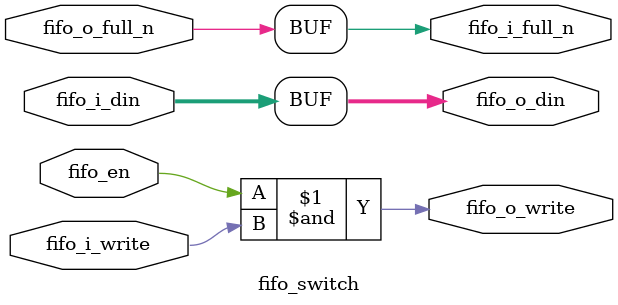
<source format=v>
`timescale 1ns / 1ps

module fifo_switch#(
    parameter DATA_WIDTH=32
)(
    input[DATA_WIDTH-1:0]   fifo_i_din,
    output                  fifo_i_full_n,
    input                   fifo_i_write,
    
    output[DATA_WIDTH-1:0]  fifo_o_din,
    input                   fifo_o_full_n,
    output                  fifo_o_write,

    input                   fifo_en
);
    assign fifo_o_din = fifo_i_din;
    assign fifo_i_full_n = fifo_o_full_n;
    assign fifo_o_write = fifo_en & fifo_i_write;
endmodule

</source>
